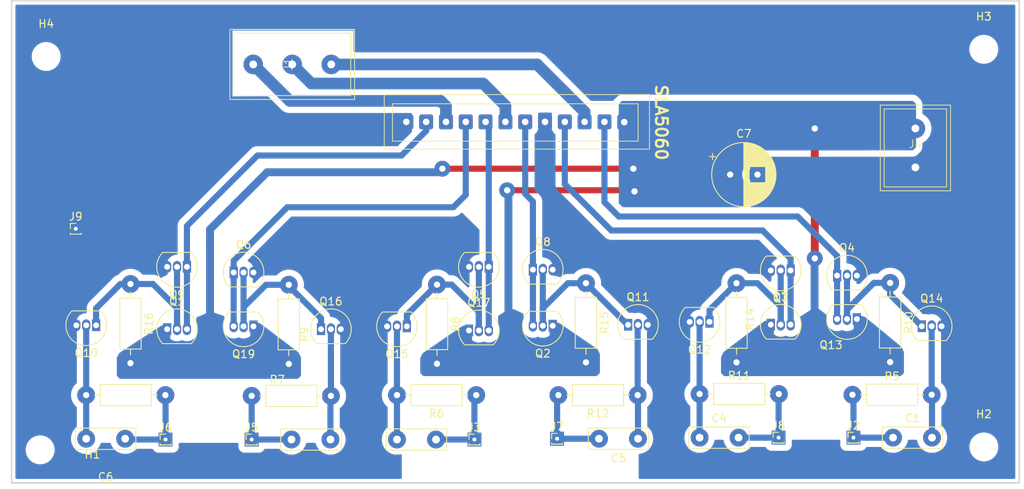
<source format=kicad_pcb>
(kicad_pcb (version 20241229) (generator "pcbnew") (generator_version "9.0")
  (layers (0 "F.Cu" signal) (2 "B.Cu" signal) (13 "F.Paste" user) (15 "B.Paste" user) (5 "F.SilkS" user "F.Silkscreen") (7 "B.SilkS" user "B.Silkscreen") (1 "F.Mask" user) (3 "B.Mask" user) (25 "Edge.Cuts" user))
  (net 0 "")
  (net 1 "Net-(Q14-B)")
  (net 2 "Net-(Q15-B)")
  (net 3 "Net-(Q16-B)")
  (net 4 "GND")
  (net 5 "+12V")
  (net 6 "Net-(J1-Pin_3)")
  (net 7 "Net-(J1-Pin_2)")
  (net 8 "Net-(J1-Pin_1)")
  (net 9 "Net-(Q13-E)")
  (net 10 "Net-(Q13-B)")
  (net 11 "Net-(Q15-C)")
  (net 12 "Net-(Q17-E)")
  (net 13 "Net-(Q16-C)")
  (net 14 "Net-(Q19-E)")
  (net 15 "Net-(Q12-B)")
  (net 16 "Net-(Q11-B)")
  (net 17 "Net-(Q10-B)")
  (net 18 "Net-(Q1-E)")
  (net 19 "Net-(Q1-B)")
  (net 20 "Net-(Q2-E)")
  (net 21 "Net-(Q11-C)")
  (net 22 "Net-(Q3-E)")
  (net 23 "Net-(Q12-C)")
  (net 24 "Net-(J5-Pin_1)")
  (net 25 "Net-(J6-Pin_1)")
  (net 26 "Net-(J7-Pin_1)")
  (net 27 "Net-(J2-Pin_1)")
  (net 28 "Net-(J3-Pin_1)")
  (net 29 "Net-(J8-Pin_1)")
  (footprint "Resistor_THT:R_Axial_DIN0207_L6.3mm_D2.5mm_P10.16mm_Horizontal" (layer "F.Cu") (at 101.1 77.42 -90)
    (property "Reference" "R8" (at 5.08 -2.37 90) (layer "F.SilkS"))
    (property "Value" "470R")
    (pad "1" thru_hole circle (at 0 0 270) (size 2.286 2.286) (drill 0.8) (layers "*.Cu" "*.Mask") (net 11 "Net-(Q15-C)"))
    (pad "2" thru_hole circle (at 10.16 0 270) (size 2.286 2.286) (drill 0.8) (layers "*.Cu" "*.Mask") (net 5 "+12V"))
  )
  (footprint "Capacitor_THT:C_Disc_D7.5mm_W2.5mm_P5.00mm" (layer "F.Cu") (at 82.44 97.3)
    (property "Reference" "C3" (hide yes))
    (property "Value" "100n")
    (pad "1" thru_hole circle (at 0 0) (size 2.286 2.286) (drill 1) (layers "*.Cu" "*.Mask") (net 24 "Net-(J5-Pin_1)"))
    (pad "2" thru_hole circle (at 5 0) (size 2.286 2.286) (drill 1) (layers "*.Cu" "*.Mask") (net 3 "Net-(Q16-B)"))
  )
  (footprint "Connector_PinHeader_1.00mm:PinHeader_1x01_P1.00mm_Vertical" (layer "F.Cu") (at 66.3 97.3)
    (property "Reference" "J6" (at 0 -1.56 0) (layer "F.SilkS"))
    (property "Value" "L3")
    (pad "1" thru_hole rect (at 0 0) (size 1.778 1.778) (drill 0.5) (layers "*.Cu" "*.Mask") (net 25 "Net-(J6-Pin_1)"))
  )
  (footprint "Package_TO_SOT_THT:TO-92_Inline" (layer "F.Cu") (at 75.03 75.86)
    (property "Reference" "Q6" (at 1.27 -3.56 0) (layer "F.SilkS"))
    (property "Value" "BC557")
    (pad "1" thru_hole rect (at 0 0) (size 1.05 1.5) (drill 0.75) (layers "*.Cu" "*.Mask") (net 14 "Net-(Q19-E)"))
    (pad "2" thru_hole oval (at 1.27 0) (size 1.05 1.5) (drill 0.75) (layers "*.Cu" "*.Mask") (net 13 "Net-(Q16-C)"))
    (pad "3" thru_hole oval (at 2.54 0) (size 1.05 1.5) (drill 0.75) (layers "*.Cu" "*.Mask") (net 4 "GND"))
  )
  (footprint "Package_TO_SOT_THT:TO-92_Inline" (layer "F.Cu") (at 163.26 82.76)
    (property "Reference" "Q14" (at 1.27 -3.56 0) (layer "F.SilkS"))
    (property "Value" "BC548")
    (pad "1" thru_hole rect (at 0 0) (size 1.05 1.5) (drill 0.75) (layers "*.Cu" "*.Mask") (net 10 "Net-(Q13-B)"))
    (pad "2" thru_hole oval (at 1.27 0) (size 1.05 1.5) (drill 0.75) (layers "*.Cu" "*.Mask") (net 1 "Net-(Q14-B)"))
    (pad "3" thru_hole oval (at 2.54 0) (size 1.05 1.5) (drill 0.75) (layers "*.Cu" "*.Mask") (net 4 "GND"))
  )
  (footprint "Custom:Bronera3.0xD1.0mmP5.00mm" (layer "F.Cu") (at 82.54 49.16 90)
    (property "Reference" "J1" (at 0 -0.5 90) (layer "F.SilkS") (effects (font (thickness 0.1))))
    (property "Value" "Motor")
    (pad "1" thru_hole circle (at 0 -5 90) (size 2.5 2.5) (drill 1) (layers "*.Cu" "*.Mask") (net 8 "Net-(J1-Pin_1)"))
    (pad "2" thru_hole circle (at 0 0 90) (size 2.5 2.5) (drill 1) (layers "*.Cu" "*.Mask") (net 7 "Net-(J1-Pin_2)"))
    (pad "3" thru_hole circle (at 0 5 90) (size 2.5 2.5) (drill 1) (layers "*.Cu" "*.Mask") (net 6 "Net-(J1-Pin_3)"))
  )
  (footprint "Resistor_THT:R_Axial_DIN0207_L6.3mm_D2.5mm_P10.16mm_Horizontal" (layer "F.Cu") (at 154.37 91.56)
    (property "Reference" "R5" (at 5.08 -2.37 0) (layer "F.SilkS"))
    (property "Value" "10k")
    (pad "1" thru_hole circle (at 0 0) (size 2.286 2.286) (drill 0.8) (layers "*.Cu" "*.Mask") (net 27 "Net-(J2-Pin_1)"))
    (pad "2" thru_hole circle (at 10.16 0) (size 2.286 2.286) (drill 0.8) (layers "*.Cu" "*.Mask") (net 1 "Net-(Q14-B)"))
  )
  (footprint "Package_TO_SOT_THT:TO-92_Inline" (layer "F.Cu") (at 66.5 83.14)
    (property "Reference" "Q1" (at 1.27 -3.56 0) (layer "F.SilkS"))
    (property "Value" "BC548")
    (pad "1" thru_hole rect (at 0 0) (size 1.05 1.5) (drill 0.75) (layers "*.Cu" "*.Mask") (net 5 "+12V"))
    (pad "2" thru_hole oval (at 1.27 0) (size 1.05 1.5) (drill 0.75) (layers "*.Cu" "*.Mask") (net 19 "Net-(Q1-B)"))
    (pad "3" thru_hole oval (at 2.54 0) (size 1.05 1.5) (drill 0.75) (layers "*.Cu" "*.Mask") (net 18 "Net-(Q1-E)"))
  )
  (footprint "Package_TO_SOT_THT:TO-92_Inline" (layer "F.Cu") (at 107.74 75.14 180)
    (property "Reference" "Q5" (at 1.27 -3.56 0) (layer "F.SilkS"))
    (property "Value" "BC557")
    (pad "1" thru_hole rect (at 0 0 180) (size 1.05 1.5) (drill 0.75) (layers "*.Cu" "*.Mask") (net 12 "Net-(Q17-E)"))
    (pad "2" thru_hole oval (at 1.27 0 180) (size 1.05 1.5) (drill 0.75) (layers "*.Cu" "*.Mask") (net 11 "Net-(Q15-C)"))
    (pad "3" thru_hole oval (at 2.54 0 180) (size 1.05 1.5) (drill 0.75) (layers "*.Cu" "*.Mask") (net 4 "GND"))
  )
  (footprint "Resistor_THT:R_Axial_DIN0207_L6.3mm_D2.5mm_P10.16mm_Horizontal" (layer "F.Cu") (at 61.8 77.34 -90)
    (property "Reference" "R16" (at 5.08 -2.37 90) (layer "F.SilkS"))
    (property "Value" "470R")
    (pad "1" thru_hole circle (at 0 0 270) (size 2.286 2.286) (drill 0.8) (layers "*.Cu" "*.Mask") (net 19 "Net-(Q1-B)"))
    (pad "2" thru_hole circle (at 10.16 0 270) (size 2.286 2.286) (drill 0.8) (layers "*.Cu" "*.Mask") (net 5 "+12V"))
  )
  (footprint "Custom:SLA5060" (layer "F.Cu") (at 111.14 56.53 -90)
    (property "Reference" "SLA1" (hide yes))
    (property "Value" "~")
    (fp_text user "SLA5060" (at -4.94 -17.85 270) (layer "F.SilkS") (effects (font (size 1.5 1.5) (thickness 0.3) (bold yes)) (justify left bottom)))
    (pad "1" thru_hole roundrect (at 0.036 -13.97 270) (size 1.905 1.778) (drill 0.85) (layers "*.Cu" "*.Mask") (roundrect_rratio 0.15) (net 5 "+12V"))
    (pad "2" thru_hole roundrect (at 0 -11.43 270) (size 1.905 1.778) (drill 0.85) (layers "*.Cu" "*.Mask") (roundrect_rratio 0.15) (net 9 "Net-(Q13-E)"))
    (pad "3" thru_hole roundrect (at 0 -8.89 270) (size 1.905 1.778) (drill 0.85) (layers "*.Cu" "*.Mask") (roundrect_rratio 0.15) (net 6 "Net-(J1-Pin_3)"))
    (pad "4" thru_hole roundrect (at 0 -6.35 270) (size 1.905 1.778) (drill 0.85) (layers "*.Cu" "*.Mask") (roundrect_rratio 0.15) (net 22 "Net-(Q3-E)"))
    (pad "5" thru_hole roundrect (at 0 -3.81 270) (size 1.905 1.778) (drill 0.85) (layers "*.Cu" "*.Mask") (roundrect_rratio 0.15) (net 4 "GND"))
    (pad "6" thru_hole roundrect (at 0 -1.27 270) (size 1.905 1.778) (drill 0.85) (layers "*.Cu" "*.Mask") (roundrect_rratio 0.15) (net 20 "Net-(Q2-E)"))
    (pad "7" thru_hole roundrect (at 0 1.27 270) (size 1.905 1.778) (drill 0.85) (layers "*.Cu" "*.Mask") (roundrect_rratio 0.15) (net 7 "Net-(J1-Pin_2)"))
    (pad "8" thru_hole roundrect (at 0 3.81 270) (size 1.905 1.778) (drill 0.85) (layers "*.Cu" "*.Mask") (roundrect_rratio 0.15) (net 12 "Net-(Q17-E)"))
    (pad "9" thru_hole roundrect (at 0 6.35 270) (size 1.905 1.778) (drill 0.85) (layers "*.Cu" "*.Mask") (roundrect_rratio 0.15) (net 14 "Net-(Q19-E)"))
    (pad "10" thru_hole roundrect (at 0 8.89 270) (size 1.905 1.778) (drill 0.85) (layers "*.Cu" "*.Mask") (roundrect_rratio 0.15) (net 8 "Net-(J1-Pin_1)"))
    (pad "11" thru_hole roundrect (at 0 11.43 270) (size 1.905 1.778) (drill 0.85) (layers "*.Cu" "*.Mask") (roundrect_rratio 0.15) (net 18 "Net-(Q1-E)"))
    (pad "12" thru_hole roundrect (at 0 13.97 270) (size 1.905 1.778) (drill 0.85) (layers "*.Cu" "*.Mask") (roundrect_rratio 0.15) (net 4 "GND"))
  )
  (footprint "Capacitor_THT:C_Disc_D7.5mm_W2.5mm_P5.00mm" (layer "F.Cu") (at 56.12 97.2)
    (property "Reference" "C6" (at 2.5 4.9 0) (layer "F.SilkS"))
    (property "Value" "100n")
    (pad "1" thru_hole circle (at 0 0) (size 2.286 2.286) (drill 1) (layers "*.Cu" "*.Mask") (net 17 "Net-(Q10-B)"))
    (pad "2" thru_hole circle (at 5 0) (size 2.286 2.286) (drill 1) (layers "*.Cu" "*.Mask") (net 25 "Net-(J6-Pin_1)"))
  )
  (footprint "Package_TO_SOT_THT:TO-92_Inline" (layer "F.Cu") (at 105.2 83.3)
    (property "Reference" "Q17" (at 1.27 -3.56 0) (layer "F.SilkS"))
    (property "Value" "BC548")
    (pad "1" thru_hole rect (at 0 0) (size 1.05 1.5) (drill 0.75) (layers "*.Cu" "*.Mask") (net 5 "+12V"))
    (pad "2" thru_hole oval (at 1.27 0) (size 1.05 1.5) (drill 0.75) (layers "*.Cu" "*.Mask") (net 11 "Net-(Q15-C)"))
    (pad "3" thru_hole oval (at 2.54 0) (size 1.05 1.5) (drill 0.75) (layers "*.Cu" "*.Mask") (net 12 "Net-(Q17-E)"))
  )
  (footprint "Package_TO_SOT_THT:TO-92_Inline" (layer "F.Cu") (at 125.6 82.58)
    (property "Reference" "Q11" (at 1.27 -3.56 0) (layer "F.SilkS"))
    (property "Value" "BC548")
    (pad "1" thru_hole rect (at 0 0) (size 1.05 1.5) (drill 0.75) (layers "*.Cu" "*.Mask") (net 21 "Net-(Q11-C)"))
    (pad "2" thru_hole oval (at 1.27 0) (size 1.05 1.5) (drill 0.75) (layers "*.Cu" "*.Mask") (net 16 "Net-(Q11-B)"))
    (pad "3" thru_hole oval (at 2.54 0) (size 1.05 1.5) (drill 0.75) (layers "*.Cu" "*.Mask") (net 4 "GND"))
  )
  (footprint "Resistor_THT:R_Axial_DIN0207_L6.3mm_D2.5mm_P10.16mm_Horizontal" (layer "F.Cu") (at 77.34 91.7)
    (property "Reference" "R7" (at 3.28 -2.09 0) (layer "F.SilkS"))
    (property "Value" "10k")
    (pad "1" thru_hole circle (at 0 0) (size 2.286 2.286) (drill 0.8) (layers "*.Cu" "*.Mask") (net 24 "Net-(J5-Pin_1)"))
    (pad "2" thru_hole circle (at 10.16 0) (size 2.286 2.286) (drill 0.8) (layers "*.Cu" "*.Mask") (net 3 "Net-(Q16-B)"))
  )
  (footprint "Package_TO_SOT_THT:TO-92_Inline" (layer "F.Cu") (at 86.23 83.14)
    (property "Reference" "Q16" (at 1.27 -3.56 0) (layer "F.SilkS"))
    (property "Value" "BC548")
    (pad "1" thru_hole rect (at 0 0) (size 1.05 1.5) (drill 0.75) (layers "*.Cu" "*.Mask") (net 13 "Net-(Q16-C)"))
    (pad "2" thru_hole oval (at 1.27 0) (size 1.05 1.5) (drill 0.75) (layers "*.Cu" "*.Mask") (net 3 "Net-(Q16-B)"))
    (pad "3" thru_hole oval (at 2.54 0) (size 1.05 1.5) (drill 0.75) (layers "*.Cu" "*.Mask") (net 4 "GND"))
  )
  (footprint "Package_TO_SOT_THT:TO-92_Inline" (layer "F.Cu") (at 113.4 75.5)
    (property "Reference" "Q8" (at 1.27 -3.56 0) (layer "F.SilkS"))
    (property "Value" "BC557")
    (pad "1" thru_hole rect (at 0 0) (size 1.05 1.5) (drill 0.75) (layers "*.Cu" "*.Mask") (net 20 "Net-(Q2-E)"))
    (pad "2" thru_hole oval (at 1.27 0) (size 1.05 1.5) (drill 0.75) (layers "*.Cu" "*.Mask") (net 21 "Net-(Q11-C)"))
    (pad "3" thru_hole oval (at 2.54 0) (size 1.05 1.5) (drill 0.75) (layers "*.Cu" "*.Mask") (net 4 "GND"))
  )
  (footprint "Capacitor_THT:C_Disc_D7.5mm_W2.5mm_P5.00mm" (layer "F.Cu") (at 159.57 97.06)
    (property "Reference" "C1" (at 2.5 -2.5 0) (layer "F.SilkS"))
    (property "Value" "100n")
    (pad "1" thru_hole circle (at 0 0) (size 2.286 2.286) (drill 1) (layers "*.Cu" "*.Mask") (net 27 "Net-(J2-Pin_1)"))
    (pad "2" thru_hole circle (at 5 0) (size 2.286 2.286) (drill 1) (layers "*.Cu" "*.Mask") (net 1 "Net-(Q14-B)"))
  )
  (footprint "Connector_PinHeader_1.00mm:PinHeader_1x01_P1.00mm_Vertical" (layer "F.Cu") (at 105.9 97.3)
    (property "Reference" "J3" (at 0 -1.56 0) (layer "F.SilkS"))
    (property "Value" "H2")
    (pad "1" thru_hole rect (at 0 0) (size 1.778 1.778) (drill 0.5) (layers "*.Cu" "*.Mask") (net 28 "Net-(J3-Pin_1)"))
  )
  (footprint "Package_TO_SOT_THT:TO-92_Inline" (layer "F.Cu") (at 97.24 82.78 180)
    (property "Reference" "Q15" (at 1.27 -3.56 0) (layer "F.SilkS"))
    (property "Value" "BC548")
    (pad "1" thru_hole rect (at 0 0 180) (size 1.05 1.5) (drill 0.75) (layers "*.Cu" "*.Mask") (net 11 "Net-(Q15-C)"))
    (pad "2" thru_hole oval (at 1.27 0 180) (size 1.05 1.5) (drill 0.75) (layers "*.Cu" "*.Mask") (net 2 "Net-(Q15-B)"))
    (pad "3" thru_hole oval (at 2.54 0 180) (size 1.05 1.5) (drill 0.75) (layers "*.Cu" "*.Mask") (net 4 "GND"))
  )
  (footprint "Connector_PinHeader_1.00mm:PinHeader_1x01_P1.00mm_Vertical" (layer "F.Cu") (at 77.34 97.3)
    (property "Reference" "J5" (at 0 -1.56 0) (layer "F.SilkS"))
    (property "Value" "H3")
    (pad "1" thru_hole rect (at 0 0) (size 1.778 1.778) (drill 0.5) (layers "*.Cu" "*.Mask") (net 24 "Net-(J5-Pin_1)"))
  )
  (footprint "Package_TO_SOT_THT:TO-92_Inline" (layer "F.Cu") (at 69.04 75.14 180)
    (property "Reference" "Q9" (at 1.27 -3.56 0) (layer "F.SilkS"))
    (property "Value" "BC557")
    (pad "1" thru_hole rect (at 0 0 180) (size 1.05 1.5) (drill 0.75) (layers "*.Cu" "*.Mask") (net 18 "Net-(Q1-E)"))
    (pad "2" thru_hole oval (at 1.27 0 180) (size 1.05 1.5) (drill 0.75) (layers "*.Cu" "*.Mask") (net 19 "Net-(Q1-B)"))
    (pad "3" thru_hole oval (at 2.54 0 180) (size 1.05 1.5) (drill 0.75) (layers "*.Cu" "*.Mask") (net 4 "GND"))
  )
  (footprint "Package_TO_SOT_THT:TO-92_Inline" (layer "F.Cu") (at 143.9 82.56)
    (property "Reference" "Q3" (at 1.27 -3.56 0) (layer "F.SilkS"))
    (property "Value" "BC548")
    (pad "1" thru_hole rect (at 0 0) (size 1.05 1.5) (drill 0.75) (layers "*.Cu" "*.Mask") (net 5 "+12V"))
    (pad "2" thru_hole oval (at 1.27 0) (size 1.05 1.5) (drill 0.75) (layers "*.Cu" "*.Mask") (net 23 "Net-(Q12-C)"))
    (pad "3" thru_hole oval (at 2.54 0) (size 1.05 1.5) (drill 0.75) (layers "*.Cu" "*.Mask") (net 22 "Net-(Q3-E)"))
  )
  (footprint "Package_TO_SOT_THT:TO-92_Inline" (layer "F.Cu") (at 136.04 82.2 180)
    (property "Reference" "Q12" (at 1.27 -3.56 0) (layer "F.SilkS"))
    (property "Value" "BC548")
    (pad "1" thru_hole rect (at 0 0 180) (size 1.05 1.5) (drill 0.75) (layers "*.Cu" "*.Mask") (net 23 "Net-(Q12-C)"))
    (pad "2" thru_hole oval (at 1.27 0 180) (size 1.05 1.5) (drill 0.75) (layers "*.Cu" "*.Mask") (net 15 "Net-(Q12-B)"))
    (pad "3" thru_hole oval (at 2.54 0 180) (size 1.05 1.5) (drill 0.75) (layers "*.Cu" "*.Mask") (net 4 "GND"))
  )
  (footprint "Capacitor_THT:C_Disc_D7.5mm_W2.5mm_P5.00mm" (layer "F.Cu") (at 134.77 97.06)
    (property "Reference" "C4" (at 2.5 -2.5 0) (layer "F.SilkS"))
    (property "Value" "100n")
    (pad "1" thru_hole circle (at 0 0) (size 2.286 2.286) (drill 1) (layers "*.Cu" "*.Mask") (net 15 "Net-(Q12-B)"))
    (pad "2" thru_hole circle (at 5 0) (size 2.286 2.286) (drill 1) (layers "*.Cu" "*.Mask") (net 29 "Net-(J8-Pin_1)"))
  )
  (footprint "Connector_PinHeader_1.00mm:PinHeader_1x01_P1.00mm_Vertical" (layer "F.Cu") (at 54.79 70.25)
    (property "Reference" "J9" (at 0 -1.56 0) (layer "F.SilkS"))
    (property "Value" "GNDNucleos")
    (pad "1" thru_hole rect (at 0 0) (size 1.778 1.778) (drill 0.5) (layers "*.Cu" "*.Mask") (net 4 "GND"))
  )
  (footprint "Resistor_THT:R_Axial_DIN0207_L6.3mm_D2.5mm_P10.16mm_Horizontal" (layer "F.Cu") (at 126.83 91.6 180)
    (property "Reference" "R12" (at 5.08 -2.37 0) (layer "F.SilkS"))
    (property "Value" "10k")
    (pad "1" thru_hole circle (at 0 0 180) (size 2.286 2.286) (drill 0.8) (layers "*.Cu" "*.Mask") (net 16 "Net-(Q11-B)"))
    (pad "2" thru_hole circle (at 10.16 0 180) (size 2.286 2.286) (drill 0.8) (layers "*.Cu" "*.Mask") (net 26 "Net-(J7-Pin_1)"))
  )
  (footprint "Package_TO_SOT_THT:TO-92_Inline" (layer "F.Cu") (at 57.39 82.64 180)
    (property "Reference" "Q10" (at 1.27 -3.56 0) (layer "F.SilkS"))
    (property "Value" "BC548")
    (pad "1" thru_hole rect (at 0 0 180) (size 1.05 1.5) (drill 0.75) (layers "*.Cu" "*.Mask") (net 19 "Net-(Q1-B)"))
    (pad "2" thru_hole oval (at 1.27 0 180) (size 1.05 1.5) (drill 0.75) (layers "*.Cu" "*.Mask") (net 17 "Net-(Q10-B)"))
    (pad "3" thru_hole oval (at 2.54 0 180) (size 1.05 1.5) (drill 0.75) (layers "*.Cu" "*.Mask") (net 4 "GND"))
  )
  (footprint "MountingHole:MountingHole_3.2mm_M3" (layer "F.Cu") (at 50.22 98.63)
    (property "Reference" "H1" (at 6.7 0.6 0) (layer "F.SilkS"))
    (property "Value" "MountingHole")
    (pad "" np_thru_hole circle (at 0 0) (size 3.2 3.2) (drill 3.2) (layers "*.Cu" "*.Mask"))
  )
  (footprint "Custom:Bornera2.0xD1.0mmP5.0mm" (layer "F.Cu") (at 162.44 59.88)
    (property "Reference" "J4" (at 0 -0.5 0) (layer "F.SilkS") (effects (font (thickness 0.1))))
    (property "Value" "Power")
    (pad "1" thru_hole circle (at 0 -2.5) (size 2.5 2.5) (drill 1) (layers "*.Cu" "*.Mask") (net 5 "+12V"))
    (pad "2" thru_hole circle (at 0 2.5) (size 2.5 2.5) (drill 1) (layers "*.Cu" "*.Mask") (net 4 "GND"))
  )
  (footprint "Package_TO_SOT_THT:TO-92_Inline" (layer "F.Cu") (at 146.44 75.6 180)
    (property "Reference" "Q7" (at 1.27 -3.56 0) (layer "F.SilkS"))
    (property "Value" "BC557")
    (pad "1" thru_hole rect (at 0 0 180) (size 1.05 1.5) (drill 0.75) (layers "*.Cu" "*.Mask") (net 22 "Net-(Q3-E)"))
    (pad "2" thru_hole oval (at 1.27 0 180) (size 1.05 1.5) (drill 0.75) (layers "*.Cu" "*.Mask") (net 23 "Net-(Q12-C)"))
    (pad "3" thru_hole oval (at 2.54 0 180) (size 1.05 1.5) (drill 0.75) (layers "*.Cu" "*.Mask") (net 4 "GND"))
  )
  (footprint "Capacitor_THT:C_Disc_D7.5mm_W2.5mm_P5.00mm" (layer "F.Cu") (at 100.97 97.3 180)
    (property "Reference" "C2" (hide yes))
    (property "Value" "100n")
    (pad "1" thru_hole circle (at 0 0 180) (size 2.286 2.286) (drill 1) (layers "*.Cu" "*.Mask") (net 28 "Net-(J3-Pin_1)"))
    (pad "2" thru_hole circle (at 5 0 180) (size 2.286 2.286) (drill 1) (layers "*.Cu" "*.Mask") (net 2 "Net-(Q15-B)"))
  )
  (footprint "Package_TO_SOT_THT:TO-92_Inline" (layer "F.Cu") (at 77.57 82.78 180)
    (property "Reference" "Q19" (at 1.27 -3.56 0) (layer "F.SilkS"))
    (property "Value" "BC548")
    (pad "1" thru_hole rect (at 0 0 180) (size 1.05 1.5) (drill 0.75) (layers "*.Cu" "*.Mask") (net 5 "+12V"))
    (pad "2" thru_hole oval (at 1.27 0 180) (size 1.05 1.5) (drill 0.75) (layers "*.Cu" "*.Mask") (net 13 "Net-(Q16-C)"))
    (pad "3" thru_hole oval (at 2.54 0 180) (size 1.05 1.5) (drill 0.75) (layers "*.Cu" "*.Mask") (net 14 "Net-(Q19-E)"))
  )
  (footprint "Capacitor_THT:CP_Radial_D8.0mm_P3.50mm" (layer "F.Cu") (at 138.69 63.3)
    (property "Reference" "C7" (at 1.75 -5.25 0) (layer "F.SilkS"))
    (property "Value" "100uF")
    (pad "1" thru_hole rect (at 0 0) (size 2.032 2.286) (drill 0.8) (layers "*.Cu" "*.Mask") (net 5 "+12V"))
    (pad "2" thru_hole circle (at 3.5 0) (size 2.286 2.286) (drill 0.8) (layers "*.Cu" "*.Mask") (net 4 "GND"))
  )
  (footprint "Package_TO_SOT_THT:TO-92_Inline" (layer "F.Cu") (at 154.94 81.84 180)
    (property "Reference" "Q13" (at 3.32 -3.34 0) (layer "F.SilkS"))
    (property "Value" "BC548")
    (pad "1" thru_hole rect (at 0 0 180) (size 1.05 1.5) (drill 0.75) (layers "*.Cu" "*.Mask") (net 5 "+12V"))
    (pad "2" thru_hole oval (at 1.27 0 180) (size 1.05 1.5) (drill 0.75) (layers "*.Cu" "*.Mask") (net 10 "Net-(Q13-B)"))
    (pad "3" thru_hole oval (at 2.54 0 180) (size 1.05 1.5) (drill 0.75) (layers "*.Cu" "*.Mask") (net 9 "Net-(Q13-E)"))
  )
  (footprint "Capacitor_THT:C_Disc_D7.5mm_W2.5mm_P5.00mm" (layer "F.Cu") (at 126.87 97.2 180)
    (property "Reference" "C5" (at 2.5 -2.5 0) (layer "F.SilkS"))
    (property "Value" "100n")
    (pad "1" thru_hole circle (at 0 0 180) (size 2.286 2.286) (drill 1) (layers "*.Cu" "*.Mask") (net 16 "Net-(Q11-B)"))
    (pad "2" thru_hole circle (at 5 0 180) (size 2.286 2.286) (drill 1) (layers "*.Cu" "*.Mask") (net 26 "Net-(J7-Pin_1)"))
  )
  (footprint "Package_TO_SOT_THT:TO-92_Inline" (layer "F.Cu") (at 152.4 76.26)
    (property "Reference" "Q4" (at 1.27 -3.56 0) (layer "F.SilkS"))
    (property "Value" "BC557")
    (pad "1" thru_hole rect (at 0 0) (size 1.05 1.5) (drill 0.75) (layers "*.Cu" "*.Mask") (net 9 "Net-(Q13-E)"))
    (pad "2" thru_hole oval (at 1.27 0) (size 1.05 1.5) (drill 0.75) (layers "*.Cu" "*.Mask") (net 10 "Net-(Q13-B)"))
    (pad "3" thru_hole oval (at 2.54 0) (size 1.05 1.5) (drill 0.75) (layers "*.Cu" "*.Mask") (net 4 "GND"))
  )
  (footprint "Resistor_THT:R_Axial_DIN0207_L6.3mm_D2.5mm_P10.16mm_Horizontal" (layer "F.Cu") (at 106.13 91.6 180)
    (property "Reference" "R6" (at 5.08 -2.37 0) (layer "F.SilkS"))
    (property "Value" "10k")
    (pad "1" thru_hole circle (at 0 0 180) (size 2.286 2.286) (drill 0.8) (layers "*.Cu" "*.Mask") (net 28 "Net-(J3-Pin_1)"))
    (pad "2" thru_hole circle (at 10.16 0 180) (size 2.286 2.286) (drill 0.8) (layers "*.Cu" "*.Mask") (net 2 "Net-(Q15-B)"))
  )
  (footprint "Resistor_THT:R_Axial_DIN0207_L6.3mm_D2.5mm_P10.16mm_Horizontal" (layer "F.Cu") (at 139.5 77.24 -90)
    (property "Reference" "R14" (at 4.64 -1.74 90) (layer "F.SilkS"))
    (property "Value" "470R")
    (pad "1" thru_hole circle (at 0 0 270) (size 2.286 2.286) (drill 0.8) (layers "*.Cu" "*.Mask") (net 23 "Net-(Q12-C)"))
    (pad "2" thru_hole circle (at 10.16 0 270) (size 2.286 2.286) (drill 0.8) (layers "*.Cu" "*.Mask") (net 5 "+12V"))
  )
  (footprint "Resistor_THT:R_Axial_DIN0207_L6.3mm_D2.5mm_P10.16mm_Horizontal" (layer "F.Cu") (at 159.2 77.2 -90)
    (property "Reference" "R10" (at 5.08 -2.37 90) (layer "F.SilkS"))
    (property "Value" "470R")
    (pad "1" thru_hole circle (at 0 0 270) (size 2.286 2.286) (drill 0.8) (layers "*.Cu" "*.Mask") (net 10 "Net-(Q13-B)"))
    (pad "2" thru_hole circle (at 10.16 0 270) (size 2.286 2.286) (drill 0.8) (layers "*.Cu" "*.Mask") (net 5 "+12V"))
  )
  (footprint "MountingHole:MountingHole_3.2mm_M3" (layer "F.Cu") (at 50.99 48.14)
    (property "Reference" "H4" (at 0 -4.2 0) (layer "F.SilkS"))
    (property "Value" "MountingHole")
    (pad "" np_thru_hole circle (at 0 0) (size 3.2 3.2) (drill 3.2) (layers "*.Cu" "*.Mask"))
  )
  (footprint "Resistor_THT:R_Axial_DIN0207_L6.3mm_D2.5mm_P10.16mm_Horizontal" (layer "F.Cu") (at 134.77 91.46)
    (property "Reference" "R11" (at 5.08 -2.37 0) (layer "F.SilkS"))
    (property "Value" "10k")
    (pad "1" thru_hole circle (at 0 0) (size 2.286 2.286) (drill 0.8) (layers "*.Cu" "*.Mask") (net 15 "Net-(Q12-B)"))
    (pad "2" thru_hole circle (at 10.16 0) (size 2.286 2.286) (drill 0.8) (layers "*.Cu" "*.Mask") (net 29 "Net-(J8-Pin_1)"))
  )
  (footprint "Connector_PinHeader_1.00mm:PinHeader_1x01_P1.00mm_Vertical" (layer "F.Cu") (at 144.9 97.06)
    (property "Reference" "J8" (at 0 -1.56 0) (layer "F.SilkS"))
    (property "Value" "L1")
    (pad "1" thru_hole rect (at 0 0) (size 1.778 1.778) (drill 0.5) (layers "*.Cu" "*.Mask") (net 29 "Net-(J8-Pin_1)"))
  )
  (footprint "Resistor_THT:R_Axial_DIN0207_L6.3mm_D2.5mm_P10.16mm_Horizontal" (layer "F.Cu") (at 120.2 77.24 -90)
    (property "Reference" "R15" (at 5.08 -2.37 90) (layer "F.SilkS"))
    (property "Value" "470R")
    (pad "1" thru_hole circle (at 0 0 270) (size 2.286 2.286) (drill 0.8) (layers "*.Cu" "*.Mask") (net 21 "Net-(Q11-C)"))
    (pad "2" thru_hole circle (at 10.16 0 270) (size 2.286 2.286) (drill 0.8) (layers "*.Cu" "*.Mask") (net 5 "+12V"))
  )
  (footprint "Resistor_THT:R_Axial_DIN0207_L6.3mm_D2.5mm_P10.16mm_Horizontal" (layer "F.Cu") (at 56.12 91.6)
    (property "Reference" "R13" (hide yes))
    (property "Value" "10k")
    (pad "1" thru_hole circle (at 0 0) (size 2.286 2.286) (drill 0.8) (layers "*.Cu" "*.Mask") (net 17 "Net-(Q10-B)"))
    (pad "2" thru_hole circle (at 10.16 0) (size 2.286 2.286) (drill 0.8) (layers "*.Cu" "*.Mask") (net 25 "Net-(J6-Pin_1)"))
  )
  (footprint "Package_TO_SOT_THT:TO-92_Inline" (layer "F.Cu") (at 115.94 82.7 180)
    (property "Reference" "Q2" (at 1.27 -3.56 0) (layer "F.SilkS"))
    (property "Value" "BC548")
    (pad "1" thru_hole rect (at 0 0 180) (size 1.05 1.5) (drill 0.75) (layers "*.Cu" "*.Mask") (net 5 "+12V"))
    (pad "2" thru_hole oval (at 1.27 0 180) (size 1.05 1.5) (drill 0.75) (layers "*.Cu" "*.Mask") (net 21 "Net-(Q11-C)"))
    (pad "3" thru_hole oval (at 2.54 0 180) (size 1.05 1.5) (drill 0.75) (layers "*.Cu" "*.Mask") (net 20 "Net-(Q2-E)"))
  )
  (footprint "Connector_PinHeader_1.00mm:PinHeader_1x01_P1.00mm_Vertical" (layer "F.Cu") (at 154.5 97.06)
    (property "Reference" "J2" (at 0 -1.56 0) (layer "F.SilkS"))
    (property "Value" "H1")
    (pad "1" thru_hole rect (at 0 0) (size 1.778 1.778) (drill 0.5) (layers "*.Cu" "*.Mask") (net 27 "Net-(J2-Pin_1)"))
  )
  (footprint "Connector_PinHeader_1.00mm:PinHeader_1x01_P1.00mm_Vertical" (layer "F.Cu") (at 116.5 97.2)
    (property "Reference" "J7" (at 0 -1.56 0) (layer "F.SilkS"))
    (property "Value" "L2")
    (pad "1" thru_hole rect (at 0 0) (size 1.778 1.778) (drill 0.5) (layers "*.Cu" "*.Mask") (net 26 "Net-(J7-Pin_1)"))
  )
  (footprint "MountingHole:MountingHole_3.2mm_M3" (layer "F.Cu") (at 171.21 47.22)
    (property "Reference" "H3" (at 0 -4.2 0) (layer "F.SilkS"))
    (property "Value" "MountingHole")
    (pad "" np_thru_hole circle (at 0 0) (size 3.2 3.2) (drill 3.2) (layers "*.Cu" "*.Mask"))
  )
  (footprint "Resistor_THT:R_Axial_DIN0207_L6.3mm_D2.5mm_P10.16mm_Horizontal" (layer "F.Cu") (at 82.1 77.44 -90)
    (property "Reference" "R9" (at 6.38 -1.97 90) (layer "F.SilkS"))
    (property "Value" "470R")
    (pad "1" thru_hole circle (at 0 0 270) (size 2.286 2.286) (drill 0.8) (layers "*.Cu" "*.Mask") (net 13 "Net-(Q16-C)"))
    (pad "2" thru_hole circle (at 10.16 0 270) (size 2.286 2.286) (drill 0.8) (layers "*.Cu" "*.Mask") (net 5 "+12V"))
  )
  (footprint "MountingHole:MountingHole_3.2mm_M3" (layer "F.Cu") (at 171.22 98.25)
    (property "Reference" "H2" (at 0 -4.2 0) (layer "F.SilkS"))
    (property "Value" "MountingHole")
    (pad "" np_thru_hole circle (at 0 0) (size 3.2 3.2) (drill 3.2) (layers "*.Cu" "*.Mask"))
  )
  (gr_rect (start 46.55 40.99) (end 175.75 102.86) (stroke (width 0.2)) (fill no) (layer "Edge.Cuts"))
  (segment (start 164.57 97.06) (end 164.57 91.6) (width 0.7874) (layer "B.Cu") (net 1))
  (segment (start 164.53 91.56) (end 164.53 82.76) (width 0.7874) (layer "B.Cu") (net 1))
  (segment (start 164.57 91.6) (end 164.53 91.56) (width 0.7874) (layer "B.Cu") (net 1))
  (segment (start 95.97 91.6) (end 95.97 82.78) (width 0.7874) (layer "B.Cu") (net 2))
  (segment (start 95.97 97.3) (end 95.97 91.6) (width 0.7874) (layer "B.Cu") (net 2))
  (segment (start 87.44 91.76) (end 87.5 91.7) (width 0.7874) (layer "B.Cu") (net 3))
  (segment (start 87.44 97.3) (end 87.44 91.76) (width 0.7874) (layer "B.Cu") (net 3))
  (segment (start 87.5 91.7) (end 87.5 83.14) (width 0.7874) (layer "B.Cu") (net 3))
  (segment (start 89.13 82.78) (end 88.77 83.14) (width 0.7874) (layer "B.Cu") (net 4))
  (segment (start 154.94 76.26) (end 154.95 76.26) (width 0.7874) (layer "B.Cu") (net 4))
  (segment (start 110.1 65.31) (end 126.27 65.31) (width 0.7874) (layer "F.Cu") (net 5))
  (segment (start 126.27 65.31) (end 126.42 65.46) (width 0.7874) (layer "F.Cu") (net 5))
  (segment (start 101.79 62.54) (end 126.27 62.54) (width 0.7874) (layer "F.Cu") (net 5))
  (segment (start 149.54 57.38) (end 149.54 74.05) (width 1.016) (layer "F.Cu") (net 5))
  (via (at 101.79 62.54) (size 2.032) (drill 0.8128) (layers "F.Cu" "B.Cu") (net 5))
  (via (at 149.54 57.38) (size 2.032) (drill 0.8128) (layers "F.Cu" "B.Cu") (net 5))
  (via (at 126.27 62.54) (size 2.032) (drill 0.8128) (layers "F.Cu" "B.Cu") (net 5))
  (via (at 110.1 65.31) (size 2.032) (drill 0.8128) (layers "F.Cu" "B.Cu") (net 5))
  (via (at 149.54 74.05) (size 2.032) (drill 0.8128) (layers "F.Cu" "B.Cu") (net 5))
  (via (at 126.42 65.46) (size 2.032) (drill 0.8128) (layers "F.Cu" "B.Cu") (net 5))
  (segment (start 110.26 84.25) (end 110.26 65.47) (width 1.016) (layer "B.Cu") (net 5))
  (segment (start 101.33 63) (end 101.79 62.54) (width 0.7874) (layer "B.Cu") (net 5))
  (segment (start 154.94 84.14) (end 158.16 87.36) (width 0.7874) (layer "B.Cu") (net 5))
  (segment (start 72 71.93) (end 72 70.32) (width 1.016) (layer "B.Cu") (net 5))
  (segment (start 105.2 84.78) (end 102.4 87.58) (width 0.7874) (layer "B.Cu") (net 5))
  (segment (start 79.32 63) (end 101.33 63) (width 1.016) (layer "B.Cu") (net 5))
  (segment (start 77.57 84.3174) (end 74.5574 87.33) (width 0.7874) (layer "B.Cu") (net 5))
  (segment (start 115.94 86.57) (end 114.26 88.25) (width 0.7874) (layer "B.Cu") (net 5))
  (segment (start 77.57 82.78) (end 77.57 84.3174) (width 0.7874) (layer "B.Cu") (net 5))
  (segment (start 66.5 83.14) (end 66.5 84.3) (width 0.7874) (layer "B.Cu") (net 5))
  (segment (start 139.5 87.4) (end 141.3 87.4) (width 0.7874) (layer "B.Cu") (net 5))
  (segment (start 77.57 84.87) (end 80.3 87.6) (width 0.7874) (layer "B.Cu") (net 5))
  (segment (start 143.9 82.56) (end 143.9 84.74) (width 0.7874) (layer "B.Cu") (net 5))
  (segment (start 72 70.32) (end 79.32 63) (width 1.016) (layer "B.Cu") (net 5))
  (segment (start 114.26 88.25) (end 110.26 84.25) (width 0.7874) (layer "B.Cu") (net 5))
  (segment (start 152.56 87.36) (end 152.44 87.48) (width 0.7874) (layer "B.Cu") (net 5))
  (segment (start 149.51 84.55) (end 149.51 74.08) (width 1.016) (layer "B.Cu") (net 5))
  (segment (start 110.26 65.47) (end 110.1 65.31) (width 0.7874) (layer "B.Cu") (net 5))
  (segment (start 158.16 87.36) (end 159.2 87.36) (width 0.7874) (layer "B.Cu") (net 5))
  (segment (start 80.3 87.6) (end 82.1 87.6) (width 0.7874) (layer "B.Cu") (net 5))
  (segment (start 74.5574 87.33) (end 72 87.33) (width 0.7874) (layer "B.Cu") (net 5))
  (segment (start 115.94 82.7) (end 115.94 85.14) (width 0.7874) (layer "B.Cu") (net 5))
  (segment (start 115.94 82.7) (end 115.94 86.57) (width 0.7874) (layer "B.Cu") (net 5))
  (segment (start 141.3 87.4) (end 143.9 84.8) (width 0.7874) (layer "B.Cu") (net 5))
  (segment (start 105.2 83.3) (end 105.2 84.78) (width 0.7874) (layer "B.Cu") (net 5))
  (segment (start 72 87.33) (end 72 71.93) (width 1.016) (layer "B.Cu") (net 5))
  (segment (start 149.51 74.08) (end 149.54 74.05) (width 1.016) (layer "B.Cu") (net 5))
  (segment (start 152.44 87.48) (end 149.51 84.55) (width 1.016) (layer "B.Cu") (net 5))
  (segment (start 102.4 87.58) (end 101.1 87.58) (width 0.7874) (layer "B.Cu") (net 5))
  (segment (start 66.5 83.14) (end 66.5 85.1) (width 0.7874) (layer "B.Cu") (net 5))
  (segment (start 64.1 87.5) (end 61.8 87.5) (width 0.7874) (layer "B.Cu") (net 5))
  (segment (start 115.94 85.14) (end 118.2 87.4) (width 0.7874) (layer "B.Cu") (net 5))
  (segment (start 118.2 87.4) (end 120.2 87.4) (width 0.7874) (layer "B.Cu") (net 5))
  (segment (start 66.5 85.1) (end 64.1 87.5) (width 0.7874) (layer "B.Cu") (net 5))
  (segment (start 159.2 87.36) (end 152.56 87.36) (width 0.7874) (layer "B.Cu") (net 5))
  (segment (start 77.57 82.78) (end 77.57 84.87) (width 0.7874) (layer "B.Cu") (net 5))
  (segment (start 154.94 84.2) (end 154.94 81.84) (width 0.7874) (layer "B.Cu") (net 5))
  (segment (start 120.03 55.25) (end 120.03 56.53) (width 1.5) (layer "B.Cu") (net 6))
  (segment (start 113.94 49.16) (end 120.03 55.25) (width 1.5) (layer "B.Cu") (net 6))
  (segment (start 87.54 49.16) (end 113.94 49.16) (width 1.5) (layer "B.Cu") (net 6))
  (segment (start 109.87 54.450726) (end 109.87 56.53) (width 1.5) (layer "B.Cu") (net 7))
  (segment (start 84.99 51.61) (end 107.029274 51.61) (width 1.5) (layer "B.Cu") (net 7))
  (segment (start 82.54 49.16) (end 84.99 51.61) (width 1.5) (layer "B.Cu") (net 7))
  (segment (start 107.029274 51.61) (end 109.87 54.450726) (width 1.5) (layer "B.Cu") (net 7))
  (segment (start 82.22 53.84) (end 101.56 53.84) (width 1.5) (layer "B.Cu") (net 8))
  (segment (start 77.54 49.16) (end 82.22 53.84) (width 1.5) (layer "B.Cu") (net 8))
  (segment (start 102.25 54.53) (end 102.25 56.53) (width 1.5) (layer "B.Cu") (net 8))
  (segment (start 101.56 53.84) (end 102.25 54.53) (width 1.5) (layer "B.Cu") (net 8))
  (segment (start 152.4 73.735427) (end 147.344573 68.68) (width 0.7874) (layer "B.Cu") (net 9))
  (segment (start 122.57 66.84) (end 122.57 56.53) (width 0.7874) (layer "B.Cu") (net 9))
  (segment (start 147.344573 68.68) (end 124.41 68.68) (width 0.7874) (layer "B.Cu") (net 9))
  (segment (start 152.4 76.26) (end 152.4 73.735427) (width 0.7874) (layer "B.Cu") (net 9))
  (segment (start 152.4 81.84) (end 152.4 76.26) (width 0.7874) (layer "B.Cu") (net 9))
  (segment (start 124.41 68.68) (end 122.57 66.84) (width 0.7874) (layer "B.Cu") (net 9))
  (segment (start 159.2 77.2) (end 159.2 78.7) (width 0.7874) (layer "B.Cu") (net 10))
  (segment (start 153.67 81.84) (end 153.67 76.26) (width 0.7874) (layer "B.Cu") (net 10))
  (segment (start 157.1156 77.2) (end 159.2 77.2) (width 0.7874) (layer "B.Cu") (net 10))
  (segment (start 153.67 80.53) (end 153.67 81.84) (width 0.7874) (layer "B.Cu") (net 10))
  (segment (start 159.2 78.7) (end 163.26 82.76) (width 0.7874) (layer "B.Cu") (net 10))
  (segment (start 153.67 81.84) (end 153.67 80.6456) (width 0.7874) (layer "B.Cu") (net 10))
  (segment (start 153.67 80.6456) (end 157.1156 77.2) (width 0.7874) (layer "B.Cu") (net 10))
  (segment (start 97.24 82.78) (end 97.24 81.28) (width 0.7874) (layer "B.Cu") (net 11))
  (segment (start 101.1 77.42) (end 102.080194 77.42) (width 0.7874) (layer "B.Cu") (net 11))
  (segment (start 106.47 83.3) (end 106.47 75.14) (width 0.7874) (layer "B.Cu") (net 11))
  (segment (start 106.47 80.91) (end 106.47 83.3) (width 0.7874) (layer "B.Cu") (net 11))
  (segment (start 102.98 77.42) (end 106.47 80.91) (width 0.7874) (layer "B.Cu") (net 11))
  (segment (start 101.1 77.42) (end 102.98 77.42) (width 0.7874) (layer "B.Cu") (net 11))
  (segment (start 97.24 81.28) (end 101.1 77.42) (width 0.7874) (layer "B.Cu") (net 11))
  (segment (start 107.74 56.94) (end 107.33 56.53) (width 0.7874) (layer "B.Cu") (net 12))
  (segment (start 107.74 75.14) (end 107.74 56.94) (width 0.7874) (layer "B.Cu") (net 12))
  (segment (start 107.74 83.3) (end 107.74 75.14) (width 0.7874) (layer "B.Cu") (net 12))
  (segment (start 86.23 81.73) (end 86.23 83.14) (width 0.7874) (layer "B.Cu") (net 13))
  (segment (start 76.3 82.78) (end 76.3 75.86) (width 0.7874) (layer "B.Cu") (net 13))
  (segment (start 82.1 77.6) (end 86.23 81.73) (width 0.7874) (layer "B.Cu") (net 13))
  (segment (start 79.18 77.44) (end 76.3 80.32) (width 0.7874) (layer "B.Cu") (net 13))
  (segment (start 82.1 77.44) (end 79.18 77.44) (width 0.7874) (layer "B.Cu") (net 13))
  (segment (start 82.1 77.44) (end 82.1 77.6) (width 0.7874) (layer "B.Cu") (net 13))
  (segment (start 76.3 80.32) (end 76.3 82.78) (width 0.7874) (layer "B.Cu") (net 13))
  (segment (start 75.03 82.78) (end 75.03 75.86) (width 0.7874) (layer "B.Cu") (net 14))
  (segment (start 75.03 74.368457) (end 81.908457 67.49) (width 0.7874) (layer "B.Cu") (net 14))
  (segment (start 104.79 56.53) (end 104.79 65.9) (width 0.7874) (layer "B.Cu") (net 14))
  (segment (start 104.79 65.9) (end 103.2 67.49) (width 0.7874) (layer "B.Cu") (net 14))
  (segment (start 81.908457 67.49) (end 103.2 67.49) (width 0.7874) (layer "B.Cu") (net 14))
  (segment (start 75.03 75.86) (end 75.03 74.368457) (width 0.7874) (layer "B.Cu") (net 14))
  (segment (start 134.77 97.06) (end 134.77 91.46) (width 0.7874) (layer "B.Cu") (net 15))
  (segment (start 134.77 91.46) (end 134.77 82.2) (width 0.7874) (layer "B.Cu") (net 15))
  (segment (start 126.87 91.64) (end 126.83 91.6) (width 0.7874) (layer "B.Cu") (net 16))
  (segment (start 126.87 97.2) (end 126.87 91.64) (width 0.7874) (layer "B.Cu") (net 16))
  (segment (start 126.83 82.62) (end 126.87 82.58) (width 0.7874) (layer "B.Cu") (net 16))
  (segment (start 126.83 91.6) (end 126.83 82.62) (width 0.7874) (layer "B.Cu") (net 16))
  (segment (start 56.12 91.6) (end 56.12 82.64) (width 0.7874) (layer "B.Cu") (net 17))
  (segment (start 56.12 97.2) (end 56.12 91.6) (width 0.7874) (layer "B.Cu") (net 17))
  (segment (start 96.55 60.85) (end 99.71 57.69) (width 0.7874) (layer "B.Cu") (net 18))
  (segment (start 69.04 75.14) (end 69.04 69.89) (width 0.7874) (layer "B.Cu") (net 18))
  (segment (start 99.71 57.69) (end 99.71 56.53) (width 0.7874) (layer "B.Cu") (net 18))
  (segment (start 69.04 69.89) (end 78.08 60.85) (width 0.7874) (layer "B.Cu") (net 18))
  (segment (start 69.04 83.14) (end 69.04 75.14) (width 0.7874) (layer "B.Cu") (net 18))
  (segment (start 78.08 60.85) (end 96.55 60.85) (width 0.7874) (layer "B.Cu") (net 18))
  (segment (start 64.68 77.34) (end 67.77 80.43) (width 0.7874) (layer "B.Cu") (net 19))
  (segment (start 67.77 80.43) (end 67.77 83.14) (width 0.7874) (layer "B.Cu") (net 19))
  (segment (start 60.51 77.34) (end 61.8 77.34) (width 0.7874) (layer "B.Cu") (net 19))
  (segment (start 67.77 83.14) (end 67.77 75.14) (width 0.7874) (layer "B.Cu") (net 19))
  (segment (start 57.39 82.64) (end 57.39 80.46) (width 0.7874) (layer "B.Cu") (net 19))
  (segment (start 61.8 77.34) (end 64.68 77.34) (width 0.7874) (layer "B.Cu") (net 19))
  (segment (start 57.39 80.46) (end 60.51 77.34) (width 0.7874) (layer "B.Cu") (net 19))
  (segment (start 113.4 82.7) (end 113.4 75.5) (width 0.7874) (layer "B.Cu") (net 20))
  (segment (start 113.4 66.76) (end 112.41 65.77) (width 0.7874) (layer "B.Cu") (net 20))
  (segment (start 112.41 65.77) (end 112.41 56.53) (width 0.7874) (layer "B.Cu") (net 20))
  (segment (start 113.4 75.5) (end 113.4 66.76) (width 0.7874) (layer "B.Cu") (net 20))
  (segment (start 117.88 77.24) (end 114.67 80.45) (width 0.7874) (layer "B.Cu") (net 21))
  (segment (start 114.67 81.76) (end 114.67 82.7) (width 0.7874) (layer "B.Cu") (net 21))
  (segment (start 120.2 77.24) (end 117.88 77.24) (width 0.7874) (layer "B.Cu") (net 21))
  (segment (start 114.67 82.7) (end 114.67 75.5) (width 0.7874) (layer "B.Cu") (net 21))
  (segment (start 114.67 80.88) (end 114.67 81.76) (width 0.7874) (layer "B.Cu") (net 21))
  (segment (start 120.2 77.24) (end 125.54 82.58) (width 0.7874) (layer "B.Cu") (net 21))
  (segment (start 125.54 82.58) (end 125.6 82.58) (width 0.7874) (layer "B.Cu") (net 21))
  (segment (start 114.67 80.45) (end 114.67 81.76) (width 0.7874) (layer "B.Cu") (net 21))
  (segment (start 123.45 70.47) (end 117.49 64.51) (width 0.7874) (layer "B.Cu") (net 22))
  (segment (start 146.44 82.56) (end 146.44 75.6) (width 0.7874) (layer "B.Cu") (net 22))
  (segment (start 146.44 74.0626) (end 142.8474 70.47) (width 0.7874) (layer "B.Cu") (net 22))
  (segment (start 117.49 64.51) (end 117.49 56.53) (width 0.7874) (layer "B.Cu") (net 22))
  (segment (start 146.44 75.6) (end 146.44 74.0626) (width 0.7874) (layer "B.Cu") (net 22))
  (segment (start 142.8474 70.47) (end 123.45 70.47) (width 0.7874) (layer "B.Cu") (net 22))
  (segment (start 136.04 82.2) (end 136.04 80.7) (width 0.7874) (layer "B.Cu") (net 23))
  (segment (start 142.19 77.24) (end 145.17 80.22) (width 0.7874) (layer "B.Cu") (net 23))
  (segment (start 145.17 82.56) (end 145.17 75.6) (width 0.7874) (layer "B.Cu") (net 23))
  (segment (start 145.17 80.22) (end 145.17 82.56) (width 0.7874) (layer "B.Cu") (net 23))
  (segment (start 139.5 77.24) (end 142.19 77.24) (width 0.7874) (layer "B.Cu") (net 23))
  (segment (start 136.04 80.7) (end 139.5 77.24) (width 0.7874) (layer "B.Cu") (net 23))
  (segment (start 77.34 97.3) (end 82.44 97.3) (width 0.7874) (layer "B.Cu") (net 24))
  (segment (start 77.34 97.3) (end 77.34 91.7) (width 0.7874) (layer "B.Cu") (net 24))
  (segment (start 61.22 97.3) (end 61.12 97.2) (width 0.7874) (layer "B.Cu") (net 25))
  (segment (start 66.3 97.3) (end 61.22 97.3) (width 0.7874) (layer "B.Cu") (net 25))
  (segment (start 66.3 91.62) (end 66.28 91.6) (width 0.7874) (layer "B.Cu") (net 25))
  (segment (start 66.3 97.3) (end 66.3 91.62) (width 0.7874) (layer "B.Cu") (net 25))
  (segment (start 66.28 92.04) (end 66.28 91.6) (width 0.7874) (layer "B.Cu") (net 25))
  (segment (start 116.5 91.77) (end 116.67 91.6) (width 0.7874) (layer "B.Cu") (net 26))
  (segment (start 121.87 96.8) (end 121.87 97.2) (width 0.7874) (layer "B.Cu") (net 26))
  (segment (start 116.5 97.2) (end 116.5 91.77) (width 0.7874) (layer "B.Cu") (net 26))
  (segment (start 116.5 97.2) (end 121.87 97.2) (width 0.7874) (layer "B.Cu") (net 26))
  (segment (start 154.5 97.06) (end 159.57 97.06) (width 0.7874) (layer "B.Cu") (net 27))
  (segment (start 154.5 91.69) (end 154.37 91.56) (width 0.7874) (layer "B.Cu") (net 27))
  (segment (start 154.5 97.06) (end 154.5 91.69) (width 0.7874) (layer "B.Cu") (net 27))
  (segment (start 154.37 91.86) (end 154.37 91.56) (width 0.7874) (layer "B.Cu") (net 27))
  (segment (start 105.9 91.83) (end 106.13 91.6) (width 0.7874) (layer "B.Cu") (net 28))
  (segment (start 106.13 92.14) (end 106.13 91.6) (width 0.7874) (layer "B.Cu") (net 28))
  (segment (start 105.9 97.3) (end 100.97 97.3) (width 0.7874) (layer "B.Cu") (net 28))
  (segment (start 105.9 97.3) (end 105.9 91.83) (width 0.7874) (layer "B.Cu") (net 28))
  (segment (start 144.9 97.06) (end 139.77 97.06) (width 0.7874) (layer "B.Cu") (net 29))
  (segment (start 144.9 97.06) (end 144.9 91.49) (width 0.7874) (layer "B.Cu") (net 29))
  (segment (start 144.93 91.9) (end 144.93 91.46) (width 0.7874) (layer "B.Cu") (net 29))
  (segment (start 144.9 91.49) (end 144.93 91.46) (width 0.7874) (layer "B.Cu") (net 29))
  (zone (net 5) (net_name "+12V") (layer "B.Cu") (priority 1) (connect_pads yes (clearance 0.8)) (min_thickness 0.3) (fill yes (thermal_gap 0.5) (thermal_bridge_width 0.5) (smoothing chamfer) (radius 0.4))
    (polygon (pts (xy 143.37 81.88) (xy 137.52 86.31) (xy 137.51 89.17) (xy 145.24 89.16) (xy 160.97 89.16) (xy 160.97 85.66) (xy 155.68 81.31) (xy 151.83 81.88) (xy 149.67 80.24) (xy 147.03 81.92) (xy 144.47 81.92)))
  )
  (zone (net 5) (net_name "+12V") (layer "B.Cu") (priority 1) (connect_pads yes (clearance 0.8)) (min_thickness 0.3) (fill yes (thermal_gap 0.5) (thermal_bridge_width 0.5) (smoothing chamfer) (radius 0.4))
    (polygon (pts (xy 66.1 82.45) (xy 60.05 86.39) (xy 60.05 89.52) (xy 67.32 89.52) (xy 83.66 89.52) (xy 83.66 86.35) (xy 78.13 82.17) (xy 75.86 82.17) (xy 72.08 80.86) (xy 68.3 82.45) (xy 66.02 82.45)))
  )
  (zone (net 5) (net_name "+12V") (layer "B.Cu") (priority 2) (connect_pads yes (clearance 0.8)) (min_thickness 0.3) (fill yes (thermal_gap 0.5) (thermal_bridge_width 0.5) (smoothing chamfer) (radius 0.4))
    (polygon (pts (xy 162.52 60.19) (xy 162.53 53.84) (xy 124.4 53.84) (xy 124.41 68.92) (xy 140.45 68.91) (xy 140.44 60.2)))
  )
  (zone (net 4) (net_name "GND") (layer "B.Cu") (connect_pads yes (clearance 0.8)) (min_thickness 0.3) (fill yes (thermal_gap 0.5) (thermal_bridge_width 0.5) (smoothing chamfer) (radius 0.4))
    (polygon (pts (xy 107.8 74.08) (xy 107.95 71.77) (xy 103.23 67.1) (xy 81.82 67.41) (xy 76.08 72.08) (xy 76.24 77.16) (xy 82.23 78.81) (xy 87.25 83.38) (xy 87.32 97.73) (xy 55.54 97.73) (xy 55.53 81.61) (xy 69.16 74.85) (xy 69.62 70.54) (xy 79.32 61.92) (xy 96.25 61) (xy 97.89 59.28) (xy 97.89 53.06) (xy 81.18 53.23) (xy 74.88 53.27) (xy 74.88 44.81) (xy 90.41 44.81) (xy 90.4 49.3) (xy 115.77 49.28) (xy 120.49 53.84) (xy 130.04 53.84) (xy 154.2 53.84) (xy 162.53 53.84) (xy 162.52 60.19) (xy 158.01 60.19) (xy 140.44 60.2) (xy 140.45 68.68) (xy 147.4 68.68) (xy 152.44 73.78) (xy 152.59 73.78) (xy 152.59 77.32) (xy 157.84 77.36) (xy 164.56 83.68) (xy 164.55 97.33) (xy 134.84 97.33) (xy 134.9 82.2) (xy 146.53 75.47) (xy 146.61 74.21) (xy 142.82 70.49) (xy 134.23 70.47) (xy 123.58 70.08) (xy 117.99 64.88) (xy 118.08 61.01) (xy 118.04 60.01) (xy 116.16 55.36) (xy 114.85 55.32) (xy 113.74 55.36) (xy 113.07 59.93) (xy 112.63 75.42) (xy 120.44 77.33) (xy 126.94 83.24) (xy 126.91 98.18) (xy 126.95 98.18) (xy 126.95 103.26) (xy 134.61 103.3) (xy 175.77 103.01) (xy 175.77 40.99) (xy 46.498291 40.99) (xy 46.23 103.01) (xy 96.59 102.82) (xy 96.59 97.53) (xy 96.69 82.79) (xy 107.95 76.09)))
  )
  (zone (net 5) (net_name "+12V") (layer "B.Cu") (priority 1) (connect_pads yes (clearance 0.8)) (min_thickness 0.3) (fill yes (thermal_gap 0.5) (thermal_bridge_width 0.5) (smoothing chamfer) (radius 0.4))
    (polygon (pts (xy 104.64 82.53) (xy 98.95 86.44) (xy 98.95 89.16) (xy 106.02 89.16) (xy 121.99 89.16) (xy 121.99 85.91) (xy 116.46 82.13) (xy 114.31 82.13) (xy 110.57 80.4) (xy 106.88 82.71) (xy 106.87 82.74)))
  )
)
</source>
